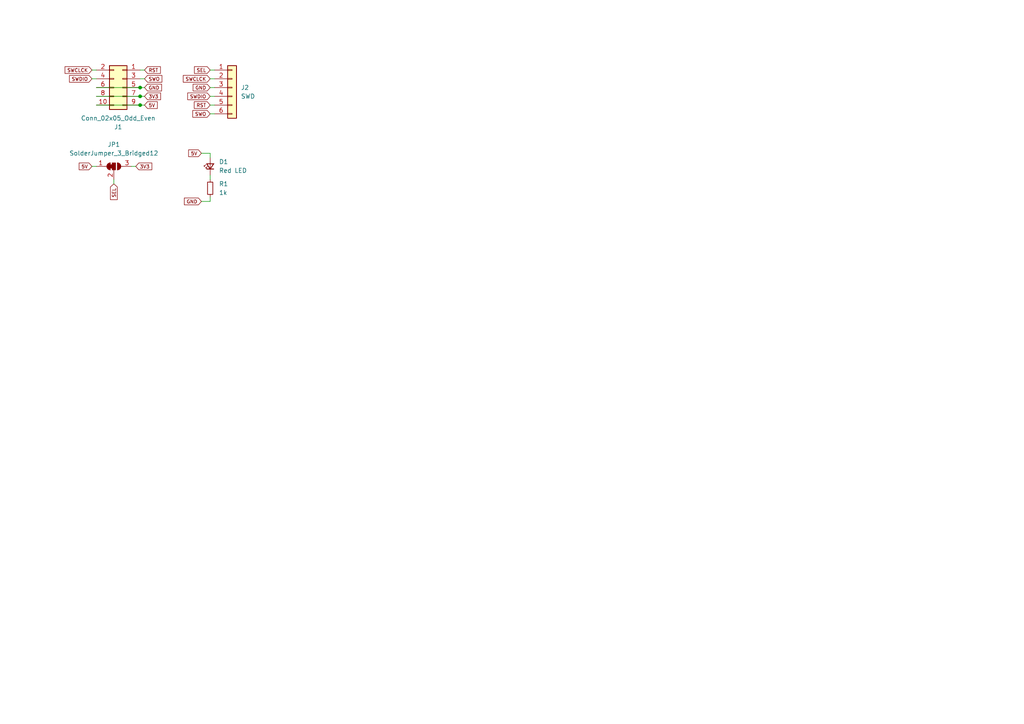
<source format=kicad_sch>
(kicad_sch
	(version 20250114)
	(generator "eeschema")
	(generator_version "9.0")
	(uuid "9ade5947-022e-4884-9dba-b433f9448a56")
	(paper "A4")
	(title_block
		(title "SWD Adapter")
		(date "2025-10-12")
		(rev "${REVISION}")
		(company "York Formula Student")
	)
	(lib_symbols
		(symbol "Connector_Generic:Conn_01x06"
			(pin_names
				(offset 1.016)
				(hide yes)
			)
			(exclude_from_sim no)
			(in_bom yes)
			(on_board yes)
			(property "Reference" "J"
				(at 0 7.62 0)
				(effects
					(font
						(size 1.27 1.27)
					)
				)
			)
			(property "Value" "Conn_01x06"
				(at 0 -10.16 0)
				(effects
					(font
						(size 1.27 1.27)
					)
				)
			)
			(property "Footprint" ""
				(at 0 0 0)
				(effects
					(font
						(size 1.27 1.27)
					)
					(hide yes)
				)
			)
			(property "Datasheet" "~"
				(at 0 0 0)
				(effects
					(font
						(size 1.27 1.27)
					)
					(hide yes)
				)
			)
			(property "Description" "Generic connector, single row, 01x06, script generated (kicad-library-utils/schlib/autogen/connector/)"
				(at 0 0 0)
				(effects
					(font
						(size 1.27 1.27)
					)
					(hide yes)
				)
			)
			(property "ki_keywords" "connector"
				(at 0 0 0)
				(effects
					(font
						(size 1.27 1.27)
					)
					(hide yes)
				)
			)
			(property "ki_fp_filters" "Connector*:*_1x??_*"
				(at 0 0 0)
				(effects
					(font
						(size 1.27 1.27)
					)
					(hide yes)
				)
			)
			(symbol "Conn_01x06_1_1"
				(rectangle
					(start -1.27 6.35)
					(end 1.27 -8.89)
					(stroke
						(width 0.254)
						(type default)
					)
					(fill
						(type background)
					)
				)
				(rectangle
					(start -1.27 5.207)
					(end 0 4.953)
					(stroke
						(width 0.1524)
						(type default)
					)
					(fill
						(type none)
					)
				)
				(rectangle
					(start -1.27 2.667)
					(end 0 2.413)
					(stroke
						(width 0.1524)
						(type default)
					)
					(fill
						(type none)
					)
				)
				(rectangle
					(start -1.27 0.127)
					(end 0 -0.127)
					(stroke
						(width 0.1524)
						(type default)
					)
					(fill
						(type none)
					)
				)
				(rectangle
					(start -1.27 -2.413)
					(end 0 -2.667)
					(stroke
						(width 0.1524)
						(type default)
					)
					(fill
						(type none)
					)
				)
				(rectangle
					(start -1.27 -4.953)
					(end 0 -5.207)
					(stroke
						(width 0.1524)
						(type default)
					)
					(fill
						(type none)
					)
				)
				(rectangle
					(start -1.27 -7.493)
					(end 0 -7.747)
					(stroke
						(width 0.1524)
						(type default)
					)
					(fill
						(type none)
					)
				)
				(pin passive line
					(at -5.08 5.08 0)
					(length 3.81)
					(name "Pin_1"
						(effects
							(font
								(size 1.27 1.27)
							)
						)
					)
					(number "1"
						(effects
							(font
								(size 1.27 1.27)
							)
						)
					)
				)
				(pin passive line
					(at -5.08 2.54 0)
					(length 3.81)
					(name "Pin_2"
						(effects
							(font
								(size 1.27 1.27)
							)
						)
					)
					(number "2"
						(effects
							(font
								(size 1.27 1.27)
							)
						)
					)
				)
				(pin passive line
					(at -5.08 0 0)
					(length 3.81)
					(name "Pin_3"
						(effects
							(font
								(size 1.27 1.27)
							)
						)
					)
					(number "3"
						(effects
							(font
								(size 1.27 1.27)
							)
						)
					)
				)
				(pin passive line
					(at -5.08 -2.54 0)
					(length 3.81)
					(name "Pin_4"
						(effects
							(font
								(size 1.27 1.27)
							)
						)
					)
					(number "4"
						(effects
							(font
								(size 1.27 1.27)
							)
						)
					)
				)
				(pin passive line
					(at -5.08 -5.08 0)
					(length 3.81)
					(name "Pin_5"
						(effects
							(font
								(size 1.27 1.27)
							)
						)
					)
					(number "5"
						(effects
							(font
								(size 1.27 1.27)
							)
						)
					)
				)
				(pin passive line
					(at -5.08 -7.62 0)
					(length 3.81)
					(name "Pin_6"
						(effects
							(font
								(size 1.27 1.27)
							)
						)
					)
					(number "6"
						(effects
							(font
								(size 1.27 1.27)
							)
						)
					)
				)
			)
			(embedded_fonts no)
		)
		(symbol "Connector_Generic:Conn_02x05_Odd_Even"
			(pin_names
				(offset 1.016)
				(hide yes)
			)
			(exclude_from_sim no)
			(in_bom yes)
			(on_board yes)
			(property "Reference" "J"
				(at 1.27 7.62 0)
				(effects
					(font
						(size 1.27 1.27)
					)
				)
			)
			(property "Value" "Conn_02x05_Odd_Even"
				(at 1.27 -7.62 0)
				(effects
					(font
						(size 1.27 1.27)
					)
				)
			)
			(property "Footprint" ""
				(at 0 0 0)
				(effects
					(font
						(size 1.27 1.27)
					)
					(hide yes)
				)
			)
			(property "Datasheet" "~"
				(at 0 0 0)
				(effects
					(font
						(size 1.27 1.27)
					)
					(hide yes)
				)
			)
			(property "Description" "Generic connector, double row, 02x05, odd/even pin numbering scheme (row 1 odd numbers, row 2 even numbers), script generated (kicad-library-utils/schlib/autogen/connector/)"
				(at 0 0 0)
				(effects
					(font
						(size 1.27 1.27)
					)
					(hide yes)
				)
			)
			(property "ki_keywords" "connector"
				(at 0 0 0)
				(effects
					(font
						(size 1.27 1.27)
					)
					(hide yes)
				)
			)
			(property "ki_fp_filters" "Connector*:*_2x??_*"
				(at 0 0 0)
				(effects
					(font
						(size 1.27 1.27)
					)
					(hide yes)
				)
			)
			(symbol "Conn_02x05_Odd_Even_1_1"
				(rectangle
					(start -1.27 6.35)
					(end 3.81 -6.35)
					(stroke
						(width 0.254)
						(type default)
					)
					(fill
						(type background)
					)
				)
				(rectangle
					(start -1.27 5.207)
					(end 0 4.953)
					(stroke
						(width 0.1524)
						(type default)
					)
					(fill
						(type none)
					)
				)
				(rectangle
					(start -1.27 2.667)
					(end 0 2.413)
					(stroke
						(width 0.1524)
						(type default)
					)
					(fill
						(type none)
					)
				)
				(rectangle
					(start -1.27 0.127)
					(end 0 -0.127)
					(stroke
						(width 0.1524)
						(type default)
					)
					(fill
						(type none)
					)
				)
				(rectangle
					(start -1.27 -2.413)
					(end 0 -2.667)
					(stroke
						(width 0.1524)
						(type default)
					)
					(fill
						(type none)
					)
				)
				(rectangle
					(start -1.27 -4.953)
					(end 0 -5.207)
					(stroke
						(width 0.1524)
						(type default)
					)
					(fill
						(type none)
					)
				)
				(rectangle
					(start 3.81 5.207)
					(end 2.54 4.953)
					(stroke
						(width 0.1524)
						(type default)
					)
					(fill
						(type none)
					)
				)
				(rectangle
					(start 3.81 2.667)
					(end 2.54 2.413)
					(stroke
						(width 0.1524)
						(type default)
					)
					(fill
						(type none)
					)
				)
				(rectangle
					(start 3.81 0.127)
					(end 2.54 -0.127)
					(stroke
						(width 0.1524)
						(type default)
					)
					(fill
						(type none)
					)
				)
				(rectangle
					(start 3.81 -2.413)
					(end 2.54 -2.667)
					(stroke
						(width 0.1524)
						(type default)
					)
					(fill
						(type none)
					)
				)
				(rectangle
					(start 3.81 -4.953)
					(end 2.54 -5.207)
					(stroke
						(width 0.1524)
						(type default)
					)
					(fill
						(type none)
					)
				)
				(pin passive line
					(at -5.08 5.08 0)
					(length 3.81)
					(name "Pin_1"
						(effects
							(font
								(size 1.27 1.27)
							)
						)
					)
					(number "1"
						(effects
							(font
								(size 1.27 1.27)
							)
						)
					)
				)
				(pin passive line
					(at -5.08 2.54 0)
					(length 3.81)
					(name "Pin_3"
						(effects
							(font
								(size 1.27 1.27)
							)
						)
					)
					(number "3"
						(effects
							(font
								(size 1.27 1.27)
							)
						)
					)
				)
				(pin passive line
					(at -5.08 0 0)
					(length 3.81)
					(name "Pin_5"
						(effects
							(font
								(size 1.27 1.27)
							)
						)
					)
					(number "5"
						(effects
							(font
								(size 1.27 1.27)
							)
						)
					)
				)
				(pin passive line
					(at -5.08 -2.54 0)
					(length 3.81)
					(name "Pin_7"
						(effects
							(font
								(size 1.27 1.27)
							)
						)
					)
					(number "7"
						(effects
							(font
								(size 1.27 1.27)
							)
						)
					)
				)
				(pin passive line
					(at -5.08 -5.08 0)
					(length 3.81)
					(name "Pin_9"
						(effects
							(font
								(size 1.27 1.27)
							)
						)
					)
					(number "9"
						(effects
							(font
								(size 1.27 1.27)
							)
						)
					)
				)
				(pin passive line
					(at 7.62 5.08 180)
					(length 3.81)
					(name "Pin_2"
						(effects
							(font
								(size 1.27 1.27)
							)
						)
					)
					(number "2"
						(effects
							(font
								(size 1.27 1.27)
							)
						)
					)
				)
				(pin passive line
					(at 7.62 2.54 180)
					(length 3.81)
					(name "Pin_4"
						(effects
							(font
								(size 1.27 1.27)
							)
						)
					)
					(number "4"
						(effects
							(font
								(size 1.27 1.27)
							)
						)
					)
				)
				(pin passive line
					(at 7.62 0 180)
					(length 3.81)
					(name "Pin_6"
						(effects
							(font
								(size 1.27 1.27)
							)
						)
					)
					(number "6"
						(effects
							(font
								(size 1.27 1.27)
							)
						)
					)
				)
				(pin passive line
					(at 7.62 -2.54 180)
					(length 3.81)
					(name "Pin_8"
						(effects
							(font
								(size 1.27 1.27)
							)
						)
					)
					(number "8"
						(effects
							(font
								(size 1.27 1.27)
							)
						)
					)
				)
				(pin passive line
					(at 7.62 -5.08 180)
					(length 3.81)
					(name "Pin_10"
						(effects
							(font
								(size 1.27 1.27)
							)
						)
					)
					(number "10"
						(effects
							(font
								(size 1.27 1.27)
							)
						)
					)
				)
			)
			(embedded_fonts no)
		)
		(symbol "Device:LED_Small"
			(pin_numbers
				(hide yes)
			)
			(pin_names
				(offset 0.254)
				(hide yes)
			)
			(exclude_from_sim no)
			(in_bom yes)
			(on_board yes)
			(property "Reference" "D"
				(at -1.27 3.175 0)
				(effects
					(font
						(size 1.27 1.27)
					)
					(justify left)
				)
			)
			(property "Value" "LED_Small"
				(at -4.445 -2.54 0)
				(effects
					(font
						(size 1.27 1.27)
					)
					(justify left)
				)
			)
			(property "Footprint" ""
				(at 0 0 90)
				(effects
					(font
						(size 1.27 1.27)
					)
					(hide yes)
				)
			)
			(property "Datasheet" "~"
				(at 0 0 90)
				(effects
					(font
						(size 1.27 1.27)
					)
					(hide yes)
				)
			)
			(property "Description" "Light emitting diode, small symbol"
				(at 0 0 0)
				(effects
					(font
						(size 1.27 1.27)
					)
					(hide yes)
				)
			)
			(property "Sim.Pin" "1=K 2=A"
				(at 0 0 0)
				(effects
					(font
						(size 1.27 1.27)
					)
					(hide yes)
				)
			)
			(property "ki_keywords" "LED diode light-emitting-diode"
				(at 0 0 0)
				(effects
					(font
						(size 1.27 1.27)
					)
					(hide yes)
				)
			)
			(property "ki_fp_filters" "LED* LED_SMD:* LED_THT:*"
				(at 0 0 0)
				(effects
					(font
						(size 1.27 1.27)
					)
					(hide yes)
				)
			)
			(symbol "LED_Small_0_1"
				(polyline
					(pts
						(xy -0.762 -1.016) (xy -0.762 1.016)
					)
					(stroke
						(width 0.254)
						(type default)
					)
					(fill
						(type none)
					)
				)
				(polyline
					(pts
						(xy 0 0.762) (xy -0.508 1.27) (xy -0.254 1.27) (xy -0.508 1.27) (xy -0.508 1.016)
					)
					(stroke
						(width 0)
						(type default)
					)
					(fill
						(type none)
					)
				)
				(polyline
					(pts
						(xy 0.508 1.27) (xy 0 1.778) (xy 0.254 1.778) (xy 0 1.778) (xy 0 1.524)
					)
					(stroke
						(width 0)
						(type default)
					)
					(fill
						(type none)
					)
				)
				(polyline
					(pts
						(xy 0.762 -1.016) (xy -0.762 0) (xy 0.762 1.016) (xy 0.762 -1.016)
					)
					(stroke
						(width 0.254)
						(type default)
					)
					(fill
						(type none)
					)
				)
				(polyline
					(pts
						(xy 1.016 0) (xy -0.762 0)
					)
					(stroke
						(width 0)
						(type default)
					)
					(fill
						(type none)
					)
				)
			)
			(symbol "LED_Small_1_1"
				(pin passive line
					(at -2.54 0 0)
					(length 1.778)
					(name "K"
						(effects
							(font
								(size 1.27 1.27)
							)
						)
					)
					(number "1"
						(effects
							(font
								(size 1.27 1.27)
							)
						)
					)
				)
				(pin passive line
					(at 2.54 0 180)
					(length 1.778)
					(name "A"
						(effects
							(font
								(size 1.27 1.27)
							)
						)
					)
					(number "2"
						(effects
							(font
								(size 1.27 1.27)
							)
						)
					)
				)
			)
			(embedded_fonts no)
		)
		(symbol "Device:R_Small"
			(pin_numbers
				(hide yes)
			)
			(pin_names
				(offset 0.254)
				(hide yes)
			)
			(exclude_from_sim no)
			(in_bom yes)
			(on_board yes)
			(property "Reference" "R"
				(at 0.762 0.508 0)
				(effects
					(font
						(size 1.27 1.27)
					)
					(justify left)
				)
			)
			(property "Value" "R_Small"
				(at 0.762 -1.016 0)
				(effects
					(font
						(size 1.27 1.27)
					)
					(justify left)
				)
			)
			(property "Footprint" ""
				(at 0 0 0)
				(effects
					(font
						(size 1.27 1.27)
					)
					(hide yes)
				)
			)
			(property "Datasheet" "~"
				(at 0 0 0)
				(effects
					(font
						(size 1.27 1.27)
					)
					(hide yes)
				)
			)
			(property "Description" "Resistor, small symbol"
				(at 0 0 0)
				(effects
					(font
						(size 1.27 1.27)
					)
					(hide yes)
				)
			)
			(property "ki_keywords" "R resistor"
				(at 0 0 0)
				(effects
					(font
						(size 1.27 1.27)
					)
					(hide yes)
				)
			)
			(property "ki_fp_filters" "R_*"
				(at 0 0 0)
				(effects
					(font
						(size 1.27 1.27)
					)
					(hide yes)
				)
			)
			(symbol "R_Small_0_1"
				(rectangle
					(start -0.762 1.778)
					(end 0.762 -1.778)
					(stroke
						(width 0.2032)
						(type default)
					)
					(fill
						(type none)
					)
				)
			)
			(symbol "R_Small_1_1"
				(pin passive line
					(at 0 2.54 270)
					(length 0.762)
					(name "~"
						(effects
							(font
								(size 1.27 1.27)
							)
						)
					)
					(number "1"
						(effects
							(font
								(size 1.27 1.27)
							)
						)
					)
				)
				(pin passive line
					(at 0 -2.54 90)
					(length 0.762)
					(name "~"
						(effects
							(font
								(size 1.27 1.27)
							)
						)
					)
					(number "2"
						(effects
							(font
								(size 1.27 1.27)
							)
						)
					)
				)
			)
			(embedded_fonts no)
		)
		(symbol "Jumper:SolderJumper_3_Bridged12"
			(pin_names
				(offset 0)
				(hide yes)
			)
			(exclude_from_sim yes)
			(in_bom no)
			(on_board yes)
			(property "Reference" "JP"
				(at -2.54 -2.54 0)
				(effects
					(font
						(size 1.27 1.27)
					)
				)
			)
			(property "Value" "SolderJumper_3_Bridged12"
				(at 0 2.794 0)
				(effects
					(font
						(size 1.27 1.27)
					)
				)
			)
			(property "Footprint" ""
				(at 0 0 0)
				(effects
					(font
						(size 1.27 1.27)
					)
					(hide yes)
				)
			)
			(property "Datasheet" "~"
				(at 0 0 0)
				(effects
					(font
						(size 1.27 1.27)
					)
					(hide yes)
				)
			)
			(property "Description" "3-pole Solder Jumper, pins 1+2 closed/bridged"
				(at 0 0 0)
				(effects
					(font
						(size 1.27 1.27)
					)
					(hide yes)
				)
			)
			(property "ki_keywords" "Solder Jumper SPDT"
				(at 0 0 0)
				(effects
					(font
						(size 1.27 1.27)
					)
					(hide yes)
				)
			)
			(property "ki_fp_filters" "SolderJumper*Bridged12*"
				(at 0 0 0)
				(effects
					(font
						(size 1.27 1.27)
					)
					(hide yes)
				)
			)
			(symbol "SolderJumper_3_Bridged12_0_1"
				(polyline
					(pts
						(xy -2.54 0) (xy -2.032 0)
					)
					(stroke
						(width 0)
						(type default)
					)
					(fill
						(type none)
					)
				)
				(polyline
					(pts
						(xy -1.016 1.016) (xy -1.016 -1.016)
					)
					(stroke
						(width 0)
						(type default)
					)
					(fill
						(type none)
					)
				)
				(rectangle
					(start -1.016 0.508)
					(end -0.508 -0.508)
					(stroke
						(width 0)
						(type default)
					)
					(fill
						(type outline)
					)
				)
				(arc
					(start -1.016 -1.016)
					(mid -2.0276 0)
					(end -1.016 1.016)
					(stroke
						(width 0)
						(type default)
					)
					(fill
						(type none)
					)
				)
				(arc
					(start -1.016 -1.016)
					(mid -2.0276 0)
					(end -1.016 1.016)
					(stroke
						(width 0)
						(type default)
					)
					(fill
						(type outline)
					)
				)
				(rectangle
					(start -0.508 1.016)
					(end 0.508 -1.016)
					(stroke
						(width 0)
						(type default)
					)
					(fill
						(type outline)
					)
				)
				(polyline
					(pts
						(xy 0 -1.27) (xy 0 -1.016)
					)
					(stroke
						(width 0)
						(type default)
					)
					(fill
						(type none)
					)
				)
				(arc
					(start 1.016 1.016)
					(mid 2.0276 0)
					(end 1.016 -1.016)
					(stroke
						(width 0)
						(type default)
					)
					(fill
						(type none)
					)
				)
				(arc
					(start 1.016 1.016)
					(mid 2.0276 0)
					(end 1.016 -1.016)
					(stroke
						(width 0)
						(type default)
					)
					(fill
						(type outline)
					)
				)
				(polyline
					(pts
						(xy 1.016 1.016) (xy 1.016 -1.016)
					)
					(stroke
						(width 0)
						(type default)
					)
					(fill
						(type none)
					)
				)
				(polyline
					(pts
						(xy 2.54 0) (xy 2.032 0)
					)
					(stroke
						(width 0)
						(type default)
					)
					(fill
						(type none)
					)
				)
			)
			(symbol "SolderJumper_3_Bridged12_1_1"
				(pin passive line
					(at -5.08 0 0)
					(length 2.54)
					(name "A"
						(effects
							(font
								(size 1.27 1.27)
							)
						)
					)
					(number "1"
						(effects
							(font
								(size 1.27 1.27)
							)
						)
					)
				)
				(pin passive line
					(at 0 -3.81 90)
					(length 2.54)
					(name "C"
						(effects
							(font
								(size 1.27 1.27)
							)
						)
					)
					(number "2"
						(effects
							(font
								(size 1.27 1.27)
							)
						)
					)
				)
				(pin passive line
					(at 5.08 0 180)
					(length 2.54)
					(name "B"
						(effects
							(font
								(size 1.27 1.27)
							)
						)
					)
					(number "3"
						(effects
							(font
								(size 1.27 1.27)
							)
						)
					)
				)
			)
			(embedded_fonts no)
		)
	)
	(junction
		(at 40.64 27.94)
		(diameter 0)
		(color 0 0 0 0)
		(uuid "5b3f397b-c860-4248-b5e2-f1b2f686ee9c")
	)
	(junction
		(at 40.64 30.48)
		(diameter 0)
		(color 0 0 0 0)
		(uuid "6eb4046d-dc01-4b21-a231-3e51d8ce6337")
	)
	(junction
		(at 40.64 25.4)
		(diameter 0)
		(color 0 0 0 0)
		(uuid "f0b2d76c-99bd-4437-bc9f-7db297050b42")
	)
	(wire
		(pts
			(xy 58.42 44.45) (xy 60.96 44.45)
		)
		(stroke
			(width 0)
			(type default)
		)
		(uuid "06e41c7a-3353-4ca1-8321-b9f27597f91a")
	)
	(wire
		(pts
			(xy 26.67 48.26) (xy 27.94 48.26)
		)
		(stroke
			(width 0)
			(type default)
		)
		(uuid "14665b1c-d39f-4325-b8a5-5c1f3570eb73")
	)
	(wire
		(pts
			(xy 62.23 27.94) (xy 60.96 27.94)
		)
		(stroke
			(width 0)
			(type default)
		)
		(uuid "1f7091f7-b5a9-4e6f-bc36-17621b367a82")
	)
	(wire
		(pts
			(xy 40.64 30.48) (xy 41.91 30.48)
		)
		(stroke
			(width 0)
			(type default)
		)
		(uuid "2e89c760-9f60-4938-8c41-25cad152422a")
	)
	(wire
		(pts
			(xy 60.96 30.48) (xy 62.23 30.48)
		)
		(stroke
			(width 0)
			(type default)
		)
		(uuid "3587033f-3411-4d21-863e-f7f20da4da1e")
	)
	(wire
		(pts
			(xy 27.94 22.86) (xy 26.67 22.86)
		)
		(stroke
			(width 0)
			(type default)
		)
		(uuid "44559082-3031-4327-9c49-e797941fb0c1")
	)
	(wire
		(pts
			(xy 60.96 44.45) (xy 60.96 45.72)
		)
		(stroke
			(width 0)
			(type default)
		)
		(uuid "46592226-fa0a-4716-957e-36b09f4e12c9")
	)
	(wire
		(pts
			(xy 41.91 22.86) (xy 40.64 22.86)
		)
		(stroke
			(width 0)
			(type default)
		)
		(uuid "48c6e757-5c58-4824-9ef1-71865a107228")
	)
	(wire
		(pts
			(xy 38.1 48.26) (xy 39.37 48.26)
		)
		(stroke
			(width 0)
			(type default)
		)
		(uuid "4a9c82eb-1759-4ea9-98e1-d8bda0b270c7")
	)
	(wire
		(pts
			(xy 62.23 22.86) (xy 60.96 22.86)
		)
		(stroke
			(width 0)
			(type default)
		)
		(uuid "504d6165-5b89-40e4-b55e-a374c9fde78c")
	)
	(wire
		(pts
			(xy 60.96 58.42) (xy 60.96 57.15)
		)
		(stroke
			(width 0)
			(type default)
		)
		(uuid "6e013246-fdb9-4344-b965-ffc578826f95")
	)
	(wire
		(pts
			(xy 40.64 25.4) (xy 41.91 25.4)
		)
		(stroke
			(width 0)
			(type default)
		)
		(uuid "853b74e3-7b96-4f97-89bc-833ccc89147d")
	)
	(wire
		(pts
			(xy 60.96 50.8) (xy 60.96 52.07)
		)
		(stroke
			(width 0)
			(type default)
		)
		(uuid "9447f6aa-1ad3-4c2a-829a-b01571d16a4a")
	)
	(wire
		(pts
			(xy 58.42 58.42) (xy 60.96 58.42)
		)
		(stroke
			(width 0)
			(type default)
		)
		(uuid "9cea6188-a218-4bad-974e-abb769a2091f")
	)
	(wire
		(pts
			(xy 33.02 52.07) (xy 33.02 53.34)
		)
		(stroke
			(width 0)
			(type default)
		)
		(uuid "ac744e00-0ab1-4b9c-be69-90531ae1ab73")
	)
	(wire
		(pts
			(xy 62.23 33.02) (xy 60.96 33.02)
		)
		(stroke
			(width 0)
			(type default)
		)
		(uuid "c046e984-f933-47a0-96cc-62b28818e0d4")
	)
	(wire
		(pts
			(xy 27.94 20.32) (xy 26.67 20.32)
		)
		(stroke
			(width 0)
			(type default)
		)
		(uuid "c95df425-561f-4034-9559-3c0f5f2ab1b3")
	)
	(wire
		(pts
			(xy 27.94 25.4) (xy 40.64 25.4)
		)
		(stroke
			(width 0)
			(type default)
		)
		(uuid "ccc4fb70-e1d9-4421-915d-e9b76e3dacc6")
	)
	(wire
		(pts
			(xy 41.91 20.32) (xy 40.64 20.32)
		)
		(stroke
			(width 0)
			(type default)
		)
		(uuid "cfaf8f17-750f-47d8-a78a-ec985b5ab4a4")
	)
	(wire
		(pts
			(xy 40.64 27.94) (xy 41.91 27.94)
		)
		(stroke
			(width 0)
			(type default)
		)
		(uuid "de5bf037-1ee9-4dd2-8999-ab28fecc5679")
	)
	(wire
		(pts
			(xy 27.94 27.94) (xy 40.64 27.94)
		)
		(stroke
			(width 0)
			(type default)
		)
		(uuid "e4199a3c-0b2d-4bc3-97a4-b80dd5b93e08")
	)
	(wire
		(pts
			(xy 60.96 20.32) (xy 62.23 20.32)
		)
		(stroke
			(width 0)
			(type default)
		)
		(uuid "e951d48a-99f5-4de7-a8d1-97e8f0d509cd")
	)
	(wire
		(pts
			(xy 60.96 25.4) (xy 62.23 25.4)
		)
		(stroke
			(width 0)
			(type default)
		)
		(uuid "f1248c78-83fe-4dd9-9eb5-0a6a77dec49f")
	)
	(wire
		(pts
			(xy 27.94 30.48) (xy 40.64 30.48)
		)
		(stroke
			(width 0)
			(type default)
		)
		(uuid "f61570b1-54d9-4fd0-a703-b940ef3f5e8a")
	)
	(global_label "GND"
		(shape input)
		(at 41.91 25.4 0)
		(fields_autoplaced yes)
		(effects
			(font
				(size 1 1)
			)
			(justify left)
		)
		(uuid "02ca1769-bb18-476e-a76b-7b2e1d5bab7f")
		(property "Intersheetrefs" "${INTERSHEET_REFS}"
			(at 47.3079 25.4 0)
			(effects
				(font
					(size 1.27 1.27)
				)
				(justify left)
				(hide yes)
			)
		)
	)
	(global_label "SWO"
		(shape input)
		(at 60.96 33.02 180)
		(fields_autoplaced yes)
		(effects
			(font
				(size 1 1)
			)
			(justify right)
		)
		(uuid "16394d08-b455-4e16-91f6-65f6e0a7544c")
		(property "Intersheetrefs" "${INTERSHEET_REFS}"
			(at 55.4668 33.02 0)
			(effects
				(font
					(size 1.27 1.27)
				)
				(justify right)
				(hide yes)
			)
		)
	)
	(global_label "RST"
		(shape input)
		(at 60.96 30.48 180)
		(fields_autoplaced yes)
		(effects
			(font
				(size 1 1)
			)
			(justify right)
		)
		(uuid "1d135826-51ba-4cd6-9371-38ba51be2df6")
		(property "Intersheetrefs" "${INTERSHEET_REFS}"
			(at 55.8954 30.48 0)
			(effects
				(font
					(size 1.27 1.27)
				)
				(justify right)
				(hide yes)
			)
		)
	)
	(global_label "5V"
		(shape input)
		(at 58.42 44.45 180)
		(fields_autoplaced yes)
		(effects
			(font
				(size 1 1)
			)
			(justify right)
		)
		(uuid "44a21ed3-9fc3-44ef-b1e4-ad9f71c58afe")
		(property "Intersheetrefs" "${INTERSHEET_REFS}"
			(at 54.2602 44.45 0)
			(effects
				(font
					(size 1.27 1.27)
				)
				(justify right)
				(hide yes)
			)
		)
	)
	(global_label "SEL"
		(shape input)
		(at 33.02 53.34 270)
		(fields_autoplaced yes)
		(effects
			(font
				(size 1 1)
			)
			(justify right)
		)
		(uuid "4e444d6d-0eeb-46b5-85a6-710e8704af0b")
		(property "Intersheetrefs" "${INTERSHEET_REFS}"
			(at 33.02 58.357 90)
			(effects
				(font
					(size 1.27 1.27)
				)
				(justify right)
				(hide yes)
			)
		)
	)
	(global_label "SEL"
		(shape input)
		(at 60.96 20.32 180)
		(fields_autoplaced yes)
		(effects
			(font
				(size 1 1)
			)
			(justify right)
		)
		(uuid "4eb847f7-5b2f-4d27-917f-65930e2bdbfc")
		(property "Intersheetrefs" "${INTERSHEET_REFS}"
			(at 55.943 20.32 0)
			(effects
				(font
					(size 1.27 1.27)
				)
				(justify right)
				(hide yes)
			)
		)
	)
	(global_label "GND"
		(shape input)
		(at 60.96 25.4 180)
		(fields_autoplaced yes)
		(effects
			(font
				(size 1 1)
			)
			(justify right)
		)
		(uuid "55a60b6f-96a6-477e-a84f-c87495fa4179")
		(property "Intersheetrefs" "${INTERSHEET_REFS}"
			(at 55.5621 25.4 0)
			(effects
				(font
					(size 1.27 1.27)
				)
				(justify right)
				(hide yes)
			)
		)
	)
	(global_label "SWDIO"
		(shape input)
		(at 26.67 22.86 180)
		(fields_autoplaced yes)
		(effects
			(font
				(size 1 1)
			)
			(justify right)
		)
		(uuid "649f4ec0-274c-4af9-93d6-bed8d3d3ebdc")
		(property "Intersheetrefs" "${INTERSHEET_REFS}"
			(at 19.7006 22.86 0)
			(effects
				(font
					(size 1.27 1.27)
				)
				(justify right)
				(hide yes)
			)
		)
	)
	(global_label "SWDIO"
		(shape input)
		(at 60.96 27.94 180)
		(fields_autoplaced yes)
		(effects
			(font
				(size 1 1)
			)
			(justify right)
		)
		(uuid "73c1ad64-fb63-4539-81ee-10aaa655e69f")
		(property "Intersheetrefs" "${INTERSHEET_REFS}"
			(at 53.9906 27.94 0)
			(effects
				(font
					(size 1.27 1.27)
				)
				(justify right)
				(hide yes)
			)
		)
	)
	(global_label "5V"
		(shape input)
		(at 26.67 48.26 180)
		(fields_autoplaced yes)
		(effects
			(font
				(size 1 1)
			)
			(justify right)
		)
		(uuid "7825473e-b521-4d3d-a598-d3c2331f3c8e")
		(property "Intersheetrefs" "${INTERSHEET_REFS}"
			(at 22.5102 48.26 0)
			(effects
				(font
					(size 1.27 1.27)
				)
				(justify right)
				(hide yes)
			)
		)
	)
	(global_label "3V3"
		(shape input)
		(at 39.37 48.26 0)
		(fields_autoplaced yes)
		(effects
			(font
				(size 1 1)
			)
			(justify left)
		)
		(uuid "867878fc-ad73-4b80-92b1-e7a7171d332d")
		(property "Intersheetrefs" "${INTERSHEET_REFS}"
			(at 44.4822 48.26 0)
			(effects
				(font
					(size 1.27 1.27)
				)
				(justify left)
				(hide yes)
			)
		)
	)
	(global_label "SWCLCK"
		(shape input)
		(at 26.67 20.32 180)
		(fields_autoplaced yes)
		(effects
			(font
				(size 1 1)
			)
			(justify right)
		)
		(uuid "8abf1b27-ede2-44ee-969b-ad5c7ea5e669")
		(property "Intersheetrefs" "${INTERSHEET_REFS}"
			(at 18.4149 20.32 0)
			(effects
				(font
					(size 1.27 1.27)
				)
				(justify right)
				(hide yes)
			)
		)
	)
	(global_label "SWO"
		(shape input)
		(at 41.91 22.86 0)
		(fields_autoplaced yes)
		(effects
			(font
				(size 1 1)
			)
			(justify left)
		)
		(uuid "9aff4d2f-e53f-4616-b2e1-84c72137f70f")
		(property "Intersheetrefs" "${INTERSHEET_REFS}"
			(at 47.4032 22.86 0)
			(effects
				(font
					(size 1.27 1.27)
				)
				(justify left)
				(hide yes)
			)
		)
	)
	(global_label "3V3"
		(shape input)
		(at 41.91 27.94 0)
		(fields_autoplaced yes)
		(effects
			(font
				(size 1 1)
			)
			(justify left)
		)
		(uuid "a17eb4f0-d303-426b-88d3-070d05c9ff10")
		(property "Intersheetrefs" "${INTERSHEET_REFS}"
			(at 47.0222 27.94 0)
			(effects
				(font
					(size 1.27 1.27)
				)
				(justify left)
				(hide yes)
			)
		)
	)
	(global_label "SWCLCK"
		(shape input)
		(at 60.96 22.86 180)
		(fields_autoplaced yes)
		(effects
			(font
				(size 1 1)
			)
			(justify right)
		)
		(uuid "b97a6ae2-4de0-45d4-9437-2b7e80c5d872")
		(property "Intersheetrefs" "${INTERSHEET_REFS}"
			(at 52.7049 22.86 0)
			(effects
				(font
					(size 1.27 1.27)
				)
				(justify right)
				(hide yes)
			)
		)
	)
	(global_label "5V"
		(shape input)
		(at 41.91 30.48 0)
		(fields_autoplaced yes)
		(effects
			(font
				(size 1 1)
			)
			(justify left)
		)
		(uuid "c1f5abd1-fb43-4ab3-9fc9-0d66c12c48c8")
		(property "Intersheetrefs" "${INTERSHEET_REFS}"
			(at 46.0698 30.48 0)
			(effects
				(font
					(size 1.27 1.27)
				)
				(justify left)
				(hide yes)
			)
		)
	)
	(global_label "GND"
		(shape input)
		(at 58.42 58.42 180)
		(fields_autoplaced yes)
		(effects
			(font
				(size 1 1)
			)
			(justify right)
		)
		(uuid "e8125582-7897-427b-b8d6-9df6f9fe4420")
		(property "Intersheetrefs" "${INTERSHEET_REFS}"
			(at 53.0221 58.42 0)
			(effects
				(font
					(size 1.27 1.27)
				)
				(justify right)
				(hide yes)
			)
		)
	)
	(global_label "RST"
		(shape input)
		(at 41.91 20.32 0)
		(fields_autoplaced yes)
		(effects
			(font
				(size 1 1)
			)
			(justify left)
		)
		(uuid "f421fd80-33ca-460f-87a7-e64aa1a69464")
		(property "Intersheetrefs" "${INTERSHEET_REFS}"
			(at 46.9746 20.32 0)
			(effects
				(font
					(size 1.27 1.27)
				)
				(justify left)
				(hide yes)
			)
		)
	)
	(symbol
		(lib_id "Jumper:SolderJumper_3_Bridged12")
		(at 33.02 48.26 0)
		(unit 1)
		(exclude_from_sim no)
		(in_bom yes)
		(on_board yes)
		(dnp no)
		(fields_autoplaced yes)
		(uuid "0cdd9815-9cc8-4bf4-a31e-d5cfd4b6610d")
		(property "Reference" "JP1"
			(at 33.02 41.91 0)
			(effects
				(font
					(size 1.27 1.27)
				)
			)
		)
		(property "Value" "SolderJumper_3_Bridged12"
			(at 33.02 44.45 0)
			(effects
				(font
					(size 1.27 1.27)
				)
			)
		)
		(property "Footprint" "Jumper:SolderJumper-3_P1.3mm_Bridged12_RoundedPad1.0x1.5mm"
			(at 33.02 48.26 0)
			(effects
				(font
					(size 1.27 1.27)
				)
				(hide yes)
			)
		)
		(property "Datasheet" "~"
			(at 33.02 48.26 0)
			(effects
				(font
					(size 1.27 1.27)
				)
				(hide yes)
			)
		)
		(property "Description" "3-pole Solder Jumper, pins 1+2 closed/bridged"
			(at 33.02 48.26 0)
			(effects
				(font
					(size 1.27 1.27)
				)
				(hide yes)
			)
		)
		(pin "3"
			(uuid "c8a17420-eb33-49a5-bbbd-ab4dc3379973")
		)
		(pin "1"
			(uuid "293d6473-a9d2-4207-8516-b2bc723dead0")
		)
		(pin "2"
			(uuid "8804825b-3d64-4bf4-94d2-0603ea824b82")
		)
		(instances
			(project ""
				(path "/9ade5947-022e-4884-9dba-b433f9448a56"
					(reference "JP1")
					(unit 1)
				)
			)
		)
	)
	(symbol
		(lib_id "Connector_Generic:Conn_02x05_Odd_Even")
		(at 35.56 25.4 0)
		(mirror y)
		(unit 1)
		(exclude_from_sim no)
		(in_bom yes)
		(on_board yes)
		(dnp no)
		(uuid "30e5e8d1-a022-4b31-a4f3-6643b0717a80")
		(property "Reference" "J1"
			(at 34.29 36.83 0)
			(effects
				(font
					(size 1.27 1.27)
				)
			)
		)
		(property "Value" "Conn_02x05_Odd_Even"
			(at 34.29 34.29 0)
			(effects
				(font
					(size 1.27 1.27)
				)
			)
		)
		(property "Footprint" "Connector_PinSocket_2.54mm:PinSocket_2x05_P2.54mm_Vertical"
			(at 35.56 25.4 0)
			(effects
				(font
					(size 1.27 1.27)
				)
				(hide yes)
			)
		)
		(property "Datasheet" "~"
			(at 35.56 25.4 0)
			(effects
				(font
					(size 1.27 1.27)
				)
				(hide yes)
			)
		)
		(property "Description" "Generic connector, double row, 02x05, odd/even pin numbering scheme (row 1 odd numbers, row 2 even numbers), script generated (kicad-library-utils/schlib/autogen/connector/)"
			(at 35.56 25.4 0)
			(effects
				(font
					(size 1.27 1.27)
				)
				(hide yes)
			)
		)
		(pin "6"
			(uuid "2ff614a2-c2f6-4de0-9ab2-d2626bba8daf")
		)
		(pin "2"
			(uuid "cac5b280-55c2-421b-90ca-72f2e884d809")
		)
		(pin "4"
			(uuid "054866e6-4574-4daf-a027-3e5ad9523d89")
		)
		(pin "8"
			(uuid "359d19d6-7f8b-423d-8791-4592950c68a6")
		)
		(pin "10"
			(uuid "6106253f-cfa1-43ed-9b0f-65bfb19023cb")
		)
		(pin "7"
			(uuid "a5868f90-2245-4e3f-8ca9-2ee2b4679c93")
		)
		(pin "9"
			(uuid "bc7551c5-7257-4bac-a44d-912722a632d6")
		)
		(pin "1"
			(uuid "42dc7e6c-f0aa-4b32-b976-e33125f8b886")
		)
		(pin "3"
			(uuid "107e35f3-c681-482b-94b4-e25f62524f94")
		)
		(pin "5"
			(uuid "2bdeec29-8309-4396-91d4-490eec5c5049")
		)
		(instances
			(project ""
				(path "/9ade5947-022e-4884-9dba-b433f9448a56"
					(reference "J1")
					(unit 1)
				)
			)
		)
	)
	(symbol
		(lib_id "Connector_Generic:Conn_01x06")
		(at 67.31 25.4 0)
		(unit 1)
		(exclude_from_sim no)
		(in_bom yes)
		(on_board yes)
		(dnp no)
		(fields_autoplaced yes)
		(uuid "5fd25560-e12b-4c27-9c90-a4d92ca6bfd5")
		(property "Reference" "J2"
			(at 69.85 25.3999 0)
			(effects
				(font
					(size 1.27 1.27)
				)
				(justify left)
			)
		)
		(property "Value" "SWD"
			(at 69.85 27.9399 0)
			(effects
				(font
					(size 1.27 1.27)
				)
				(justify left)
			)
		)
		(property "Footprint" "yfs:IDC-Connector-2x3"
			(at 67.31 25.4 0)
			(effects
				(font
					(size 1.27 1.27)
				)
				(hide yes)
			)
		)
		(property "Datasheet" "~"
			(at 67.31 25.4 0)
			(effects
				(font
					(size 1.27 1.27)
				)
				(hide yes)
			)
		)
		(property "Description" "Generic connector, single row, 01x06, script generated (kicad-library-utils/schlib/autogen/connector/)"
			(at 67.31 25.4 0)
			(effects
				(font
					(size 1.27 1.27)
				)
				(hide yes)
			)
		)
		(property "Dist #" "C6332200"
			(at 67.31 25.4 0)
			(effects
				(font
					(size 1.27 1.27)
				)
				(hide yes)
			)
		)
		(property "Mfr" "Hanbo Electronic"
			(at 67.31 25.4 0)
			(effects
				(font
					(size 1.27 1.27)
				)
				(hide yes)
			)
		)
		(property "Mfr #" "HB-PH3-25417PB2GOP"
			(at 67.31 25.4 0)
			(effects
				(font
					(size 1.27 1.27)
				)
				(hide yes)
			)
		)
		(property "Dist" "LCSC"
			(at 67.31 25.4 0)
			(effects
				(font
					(size 1.27 1.27)
				)
				(hide yes)
			)
		)
		(pin "5"
			(uuid "2f47f811-0850-419b-833f-bf8cf534f3e3")
		)
		(pin "1"
			(uuid "7070fafa-3470-4b60-8669-79a3c353b069")
		)
		(pin "4"
			(uuid "af2c0a4a-906e-4060-a156-e493b7c455ad")
		)
		(pin "3"
			(uuid "10b1b993-8f9a-4d36-bbb0-780e4f4187a6")
		)
		(pin "2"
			(uuid "52d2967d-eda0-4c0d-a352-0364751775e9")
		)
		(pin "6"
			(uuid "ae6ef52e-c3fd-4fd4-b243-412d36646192")
		)
		(instances
			(project "SWD_Adapter"
				(path "/9ade5947-022e-4884-9dba-b433f9448a56"
					(reference "J2")
					(unit 1)
				)
			)
		)
	)
	(symbol
		(lib_id "Device:R_Small")
		(at 60.96 54.61 0)
		(unit 1)
		(exclude_from_sim no)
		(in_bom yes)
		(on_board yes)
		(dnp no)
		(fields_autoplaced yes)
		(uuid "ae69f6a0-05e7-431c-86d8-07f6ea5d4a38")
		(property "Reference" "R1"
			(at 63.5 53.3399 0)
			(effects
				(font
					(size 1.27 1.27)
				)
				(justify left)
			)
		)
		(property "Value" "1k"
			(at 63.5 55.8799 0)
			(effects
				(font
					(size 1.27 1.27)
				)
				(justify left)
			)
		)
		(property "Footprint" "Resistor_SMD:R_0603_1608Metric"
			(at 60.96 54.61 0)
			(effects
				(font
					(size 1.27 1.27)
				)
				(hide yes)
			)
		)
		(property "Datasheet" "~"
			(at 60.96 54.61 0)
			(effects
				(font
					(size 1.27 1.27)
				)
				(hide yes)
			)
		)
		(property "Description" "Resistor, small symbol"
			(at 60.96 54.61 0)
			(effects
				(font
					(size 1.27 1.27)
				)
				(hide yes)
			)
		)
		(pin "2"
			(uuid "f2e10483-c935-442f-9b19-a30439f64220")
		)
		(pin "1"
			(uuid "f20b5d36-0949-477a-b1b4-71d939c0813f")
		)
		(instances
			(project ""
				(path "/9ade5947-022e-4884-9dba-b433f9448a56"
					(reference "R1")
					(unit 1)
				)
			)
		)
	)
	(symbol
		(lib_id "Device:LED_Small")
		(at 60.96 48.26 90)
		(unit 1)
		(exclude_from_sim no)
		(in_bom yes)
		(on_board yes)
		(dnp no)
		(fields_autoplaced yes)
		(uuid "f7aa1eea-5c93-42e0-8cd4-d16e61de01a0")
		(property "Reference" "D1"
			(at 63.5 46.9264 90)
			(effects
				(font
					(size 1.27 1.27)
				)
				(justify right)
			)
		)
		(property "Value" "Red LED"
			(at 63.5 49.4664 90)
			(effects
				(font
					(size 1.27 1.27)
				)
				(justify right)
			)
		)
		(property "Footprint" "LED_SMD:LED_0603_1608Metric"
			(at 60.96 48.26 90)
			(effects
				(font
					(size 1.27 1.27)
				)
				(hide yes)
			)
		)
		(property "Datasheet" "~"
			(at 60.96 48.26 90)
			(effects
				(font
					(size 1.27 1.27)
				)
				(hide yes)
			)
		)
		(property "Description" "Light emitting diode, small symbol"
			(at 60.96 48.26 0)
			(effects
				(font
					(size 1.27 1.27)
				)
				(hide yes)
			)
		)
		(property "Sim.Pin" "1=K 2=A"
			(at 60.96 48.26 0)
			(effects
				(font
					(size 1.27 1.27)
				)
				(hide yes)
			)
		)
		(pin "2"
			(uuid "151c5be4-9910-41dd-a160-05feab11c159")
		)
		(pin "1"
			(uuid "4c5e146c-2e38-4d0c-b34b-fb42b0f5fd1c")
		)
		(instances
			(project ""
				(path "/9ade5947-022e-4884-9dba-b433f9448a56"
					(reference "D1")
					(unit 1)
				)
			)
		)
	)
	(sheet_instances
		(path "/"
			(page "1")
		)
	)
	(embedded_fonts no)
)

</source>
